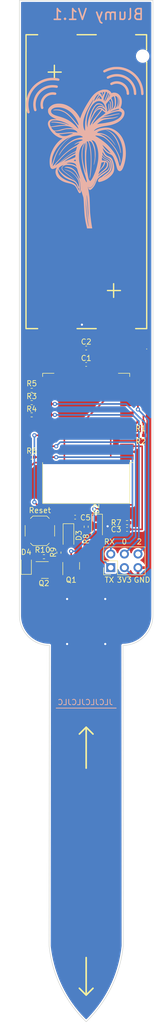
<source format=kicad_pcb>
(kicad_pcb (version 20221018) (generator pcbnew)
  (layers (0 "F.Cu" signal) (31 "B.Cu" signal) (34 "B.Paste" user) (35 "F.Paste" user) (36 "B.SilkS" user "B.Silkscreen") (37 "F.SilkS" user "F.Silkscreen") (38 "B.Mask" user) (39 "F.Mask" user) (44 "Edge.Cuts" user))
  (net 0 "")
  (net 1 "Net-(U1-EN)")
  (net 5 "+3.3V")
  (net 12 "GND")
  (net 13 "/SensorCapV")
  (net 14 "Net-(D3-A)")
  (net 15 "Net-(D4-K)")
  (net 16 "Net-(Q1-B)")
  (net 17 "Net-(Q2-B)")
  (net 18 "/GPIO0")
  (net 19 "/TX")
  (net 20 "/GPIO2")
  (net 21 "/RX")
  (net 22 "/AD0")
  (net 23 "/GPIO4")
  (net 24 "/RST")
  (net 25 "/GPIO15")
  (net 26 "/GPIO5")
  (net 27 "Net-(U2-+-Pad3)")
  (footprint "CustomFootprints:SW_Push_1P1T_XKB_TS-1187A" (layer "F.Cu") (at 211.708 137.494)
    (fp_text reference "SW1" hide)
    (fp_text value "Reset")
    (pad "1" smd rect (at -3 -1.875) (size 1 0.75) (layers "F.Cu" "F.Paste" "F.Mask") (net 5 "+3.3V"))
    (pad "1" smd rect (at 3 -1.875) (size 1 0.75) (layers "F.Cu" "F.Paste" "F.Mask"))
    (pad "2" smd rect (at -3 1.875) (size 1 0.75) (layers "F.Cu" "F.Paste" "F.Mask"))
    (pad "2" smd rect (at 3 1.875) (size 1 0.75) (layers "F.Cu" "F.Paste" "F.Mask") (net 14 "Net-(D3-A)"))
  )
  (footprint "Package_TO_SOT_SMD:SOT-23" (layer "F.Cu") (at 212.6455 144.794)
    (fp_text reference "Q2" (at -0.1755 2.474) (layer "F.SilkS"))
    (fp_text value "NPN")
    (pad "1" smd roundrect (at -0.9375 -0.95) (size 1.475 0.6) (layers "F.Cu" "F.Paste" "F.Mask") (net 17 "Net-(Q2-B)"))
    (pad "2" smd roundrect (at -0.9375 0.95) (size 1.475 0.6) (layers "F.Cu" "F.Paste" "F.Mask") (net 12 "GND"))
    (pad "3" smd roundrect (at 0.9375 0) (size 1.475 0.6) (layers "F.Cu" "F.Paste" "F.Mask") (net 15 "Net-(D4-K)"))
  )
  (footprint "Resistor_SMD:R_0402_1005Metric" (layer "F.Cu") (at 212.468 142.32 180)
    (fp_text reference "R10" (at 0.252 1.27 180) (layer "F.SilkS"))
    (fp_text value "100k")
    (pad "1" smd roundrect (at -0.51 0 180) (size 0.54 0.64) (layers "F.Cu" "F.Paste" "F.Mask") (net 23 "/GPIO4"))
    (pad "2" smd roundrect (at 0.51 0 180) (size 0.54 0.64) (layers "F.Cu" "F.Paste" "F.Mask") (net 17 "Net-(Q2-B)"))
  )
  (footprint "CustomFootprints:BAT-SMD_BH-AAA-B5AA001" (layer "F.Cu") (at 220.432 72.534968 -90)
    (fp_text reference "U2" hide)
    (fp_text value "BH-AAA-B5AK001")
    (pad "" np_thru_hole circle (at -23.450089 -10.450013 270) (size 1.900025 1.900025) (drill 1.900025) (layers "*.Cu" "*.Mask"))
    (pad "1" smd rect (at 27.875032 -5.5 270) (size 11.000025 7.000025) (layers "F.Cu" "F.Paste" "F.Mask") (net 5 "+3.3V"))
    (pad "2" smd rect (at -27.875032 -5.5 270) (size 11.000025 7.000025) (layers "F.Cu" "F.Paste" "F.Mask") (net 27 "Net-(U2-+-Pad3)"))
    (pad "3" smd rect (at -27.875032 5.5 270) (size 11.000025 7.000025) (layers "F.Cu" "F.Paste" "F.Mask") (net 27 "Net-(U2-+-Pad3)"))
    (pad "4" smd rect (at 27.875032 5.5 270) (size 11.000025 7.000025) (layers "F.Cu" "F.Paste" "F.Mask") (net 12 "GND"))
  )
  (footprint "RF_Module:ESP-12E" (layer "F.Cu") (at 220.344 120.278 180)
    (fp_text reference "U1" hide)
    (fp_text value "ESP-12F")
    (pad "1" smd rect (at -7.6 -3.5 180) (size 2.5 1) (layers "F.Cu" "F.Paste" "F.Mask") (net 24 "/RST"))
    (pad "2" smd rect (at -7.6 -1.5 180) (size 2.5 1) (layers "F.Cu" "F.Paste" "F.Mask") (net 22 "/AD0"))
    (pad "3" smd rect (at -7.6 0.5 180) (size 2.5 1) (layers "F.Cu" "F.Paste" "F.Mask") (net 1 "Net-(U1-EN)"))
    (pad "4" smd rect (at -7.6 2.5 180) (size 2.5 1) (layers "F.Cu" "F.Paste" "F.Mask") (net 24 "/RST"))
    (pad "5" smd rect (at -7.6 4.5 180) (size 2.5 1) (layers "F.Cu" "F.Paste" "F.Mask"))
    (pad "6" smd rect (at -7.6 6.5 180) (size 2.5 1) (layers "F.Cu" "F.Paste" "F.Mask"))
    (pad "7" smd rect (at -7.6 8.5 180) (size 2.5 1) (layers "F.Cu" "F.Paste" "F.Mask"))
    (pad "8" smd rect (at -7.6 10.5 180) (size 2.5 1) (layers "F.Cu" "F.Paste" "F.Mask") (net 5 "+3.3V"))
    (pad "9" smd rect (at -5 12 180) (size 1 1.8) (layers "F.Cu" "F.Paste" "F.Mask"))
    (pad "10" smd rect (at -3 12 180) (size 1 1.8) (layers "F.Cu" "F.Paste" "F.Mask"))
    (pad "11" smd rect (at -1 12 180) (size 1 1.8) (layers "F.Cu" "F.Paste" "F.Mask"))
    (pad "12" smd rect (at 1 12 180) (size 1 1.8) (layers "F.Cu" "F.Paste" "F.Mask"))
    (pad "13" smd rect (at 3 12 180) (size 1 1.8) (layers "F.Cu" "F.Paste" "F.Mask"))
    (pad "14" smd rect (at 5 12 180) (size 1 1.8) (layers "F.Cu" "F.Paste" "F.Mask"))
    (pad "15" smd rect (at 7.6 10.5 180) (size 2.5 1) (layers "F.Cu" "F.Paste" "F.Mask") (net 12 "GND"))
    (pad "16" smd rect (at 7.6 8.5 180) (size 2.5 1) (layers "F.Cu" "F.Paste" "F.Mask") (net 25 "/GPIO15"))
    (pad "17" smd rect (at 7.6 6.5 180) (size 2.5 1) (layers "F.Cu" "F.Paste" "F.Mask") (net 20 "/GPIO2"))
    (pad "18" smd rect (at 7.6 4.5 180) (size 2.5 1) (layers "F.Cu" "F.Paste" "F.Mask") (net 18 "/GPIO0"))
    (pad "19" smd rect (at 7.6 2.5 180) (size 2.5 1) (layers "F.Cu" "F.Paste" "F.Mask") (net 23 "/GPIO4"))
    (pad "20" smd rect (at 7.6 0.5 180) (size 2.5 1) (layers "F.Cu" "F.Paste" "F.Mask") (net 26 "/GPIO5"))
    (pad "21" smd rect (at 7.6 -1.5 180) (size 2.5 1) (layers "F.Cu" "F.Paste" "F.Mask") (net 21 "/RX"))
    (pad "22" smd rect (at 7.6 -3.5 180) (size 2.5 1) (layers "F.Cu" "F.Paste" "F.Mask") (net 19 "/TX"))
    (zone (net 0) (net_name "") (layers "*.Cu") (connect_pads (clearance 0)) (min_thickness 0.254)
      (keepout (tracks not_allowed) (vias not_allowed) (pads not_allowed) (copperpour not_allowed) (footprints not_allowed))
      (fill (thermal_gap 0.508) (thermal_bridge_width 0.508))
      (polygon (pts (xy 228.464 125.078) (xy 212.224 125.078) (xy 212.224 132.398) (xy 228.464 132.398)))
    )
  )
  (footprint "Resistor_SMD:R_0402_1005Metric" (layer "F.Cu") (at 210.184 113.618)
    (fp_text reference "R3" (at 0 -1.17) (layer "F.SilkS"))
    (fp_text value "10k")
    (pad "1" smd roundrect (at -0.51 0) (size 0.54 0.64) (layers "F.Cu" "F.Paste" "F.Mask") (net 5 "+3.3V"))
    (pad "2" smd roundrect (at 0.51 0) (size 0.54 0.64) (layers "F.Cu" "F.Paste" "F.Mask") (net 20 "/GPIO2"))
  )
  (footprint "Resistor_SMD:R_0402_1005Metric" (layer "F.Cu") (at 215.264 141.558 -90)
    (fp_text reference "R9" (at -0.07 1.056 -90) (layer "F.SilkS"))
    (fp_text value "5.1k")
    (pad "1" smd roundrect (at -0.51 0 270) (size 0.54 0.64) (layers "F.Cu" "F.Paste" "F.Mask") (net 14 "Net-(D3-A)"))
    (pad "2" smd roundrect (at 0.51 0 270) (size 0.54 0.64) (layers "F.Cu" "F.Paste" "F.Mask") (net 16 "Net-(Q1-B)"))
  )
  (footprint "Resistor_SMD:R_0402_1005Metric" (layer "F.Cu") (at 227.966 135.97)
    (fp_text reference "R7" (at -2.032 0) (layer "F.SilkS"))
    (fp_text value "1M")
    (pad "1" smd roundrect (at -0.51 0) (size 0.54 0.64) (layers "F.Cu" "F.Paste" "F.Mask") (net 12 "GND"))
    (pad "2" smd roundrect (at 0.51 0) (size 0.54 0.64) (layers "F.Cu" "F.Paste" "F.Mask") (net 22 "/AD0"))
  )
  (footprint "Capacitor_SMD:C_0402_1005Metric" (layer "F.Cu") (at 227.964 137.24)
    (fp_text reference "C3" (at -2.032 0) (layer "F.SilkS"))
    (fp_text value "1uF")
    (pad "1" smd roundrect (at -0.48 0) (size 0.56 0.62) (layers "F.Cu" "F.Paste" "F.Mask") (net 12 "GND"))
    (pad "2" smd roundrect (at 0.48 0) (size 0.56 0.62) (layers "F.Cu" "F.Paste" "F.Mask") (net 22 "/AD0"))
  )
  (footprint "Capacitor_SMD:C_0402_1005Metric" (layer "F.Cu") (at 220.344 103.458)
    (fp_text reference "C2" (at 0 -1.16) (layer "F.SilkS"))
    (fp_text value "10uF")
    (pad "1" smd roundrect (at -0.48 0) (size 0.56 0.62) (layers "F.Cu" "F.Paste" "F.Mask") (net 12 "GND"))
    (pad "2" smd roundrect (at 0.48 0) (size 0.56 0.62) (layers "F.Cu" "F.Paste" "F.Mask") (net 5 "+3.3V"))
  )
  (footprint "Resistor_SMD:R_0402_1005Metric" (layer "F.Cu") (at 210.186 111.332 180)
    (fp_text reference "R5" (at 0 1.27) (layer "F.SilkS"))
    (fp_text value "10k")
    (pad "1" smd roundrect (at -0.51 0 180) (size 0.54 0.64) (layers "F.Cu" "F.Paste" "F.Mask") (net 25 "/GPIO15"))
    (pad "2" smd roundrect (at 0.51 0 180) (size 0.54 0.64) (layers "F.Cu" "F.Paste" "F.Mask") (net 12 "GND"))
  )
  (footprint "Resistor_SMD:R_0402_1005Metric" (layer "F.Cu") (at 220.344 136.734 90)
    (fp_text reference "R8" (at -2.284 0 90) (layer "F.SilkS"))
    (fp_text value "10k")
    (pad "1" smd roundrect (at -0.51 0 90) (size 0.54 0.64) (layers "F.Cu" "F.Paste" "F.Mask") (net 13 "/SensorCapV"))
    (pad "2" smd roundrect (at 0.51 0 90) (size 0.54 0.64) (layers "F.Cu" "F.Paste" "F.Mask") (net 26 "/GPIO5"))
  )
  (footprint "Diode_SMD:D_SOD-123F" (layer "F.Cu") (at 222.376 136.608 -90)
    (fp_text reference "D2" (at -3.214 0.122 90) (layer "F.SilkS"))
    (fp_text value "~")
    (pad "1" smd roundrect (at -1.4 0 270) (size 1.1 1.1) (layers "F.Cu" "F.Paste" "F.Mask") (roundrect_rratio 0.2272727273) (net 22 "/AD0"))
    (pad "2" smd roundrect (at 1.4 0 270) (size 1.1 1.1) (layers "F.Cu" "F.Paste" "F.Mask") (roundrect_rratio 0.2272727273) (net 13 "/SensorCapV"))
  )
  (footprint "Connector_PinHeader_2.54mm:PinHeader_2x03_P2.54mm_Vertical" (layer "F.Cu") (at 224.931 144.357 90)
    (fp_text reference "J2" hide)
    (fp_text value "Programmer")
    (pad "1" thru_hole rect (at 0 0 90) (size 1.7 1.7) (drill 1) (layers "*.Cu" "*.Mask") (net 19 "/TX"))
    (pad "2" thru_hole oval (at 2.54 0 90) (size 1.7 1.7) (drill 1) (layers "*.Cu" "*.Mask") (net 21 "/RX"))
    (pad "3" thru_hole oval (at 0 2.54 90) (size 1.7 1.7) (drill 1) (layers "*.Cu" "*.Mask") (net 5 "+3.3V"))
    (pad "4" thru_hole oval (at 2.54 2.54 90) (size 1.7 1.7) (drill 1) (layers "*.Cu" "*.Mask") (net 18 "/GPIO0"))
    (pad "5" thru_hole oval (at 0 5.08 90) (size 1.7 1.7) (drill 1) (layers "*.Cu" "*.Mask") (net 12 "GND"))
    (pad "6" thru_hole oval (at 2.54 5.08 90) (size 1.7 1.7) (drill 1) (layers "*.Cu" "*.Mask") (net 20 "/GPIO2"))
  )
  (footprint "Resistor_SMD:R_0402_1005Metric" (layer "F.Cu") (at 230.506 117.174 180)
    (fp_text reference "R1" (at 0.002 -1.27 180) (layer "F.SilkS"))
    (fp_text value "10k")
    (pad "1" smd roundrect (at -0.51 0 180) (size 0.54 0.64) (layers "F.Cu" "F.Paste" "F.Mask") (net 5 "+3.3V"))
    (pad "2" smd roundrect (at 0.51 0 180) (size 0.54 0.64) (layers "F.Cu" "F.Paste" "F.Mask") (net 24 "/RST"))
  )
  (footprint "LED_SMD:LED_0805_2012Metric" (layer "F.Cu") (at 209.168 143.9225 90)
    (fp_text reference "D4" (at 2.4615 0 180) (layer "F.SilkS"))
    (fp_text value "GREEN")
    (pad "1" smd roundrect (at -0.9375 0 90) (size 0.975 1.4) (layers "F.Cu" "F.Paste" "F.Mask") (net 15 "Net-(D4-K)"))
    (pad "2" smd roundrect (at 0.9375 0 90) (size 0.975 1.4) (layers "F.Cu" "F.Paste" "F.Mask") (net 5 "+3.3V"))
  )
  (footprint "Resistor_SMD:R_0402_1005Metric" (layer "F.Cu") (at 230.506 119.714 180)
    (fp_text reference "R2" (at 0 -1.17) (layer "F.SilkS"))
    (fp_text value "10k")
    (pad "1" smd roundrect (at -0.51 0 180) (size 0.54 0.64) (layers "F.Cu" "F.Paste" "F.Mask") (net 5 "+3.3V"))
    (pad "2" smd roundrect (at 0.51 0 180) (size 0.54 0.64) (layers "F.Cu" "F.Paste" "F.Mask") (net 1 "Net-(U1-EN)"))
  )
  (footprint "Capacitor_SMD:C_0402_1005Metric" (layer "F.Cu") (at 220.344 106.506)
    (fp_text reference "C1" (at 0 -1.16) (layer "F.SilkS"))
    (fp_text value "100nF")
    (pad "1" smd roundrect (at -0.48 0) (size 0.56 0.62) (layers "F.Cu" "F.Paste" "F.Mask") (net 12 "GND"))
    (pad "2" smd roundrect (at 0.48 0) (size 0.56 0.62) (layers "F.Cu" "F.Paste" "F.Mask") (net 5 "+3.3V"))
  )
  (footprint "Resistor_SMD:R_0402_1005Metric" (layer "F.Cu") (at 210.182 123.778)
    (fp_text reference "R6" (at 0 -1.17) (layer "F.SilkS"))
    (fp_text value "10k")
    (pad "1" smd roundrect (at -0.51 0) (size 0.54 0.64) (layers "F.Cu" "F.Paste" "F.Mask") (net 5 "+3.3V"))
    (pad "2" smd roundrect (at 0.51 0) (size 0.54 0.64) (layers "F.Cu" "F.Paste" "F.Mask") (net 19 "/TX"))
  )
  (footprint "Capacitor_SMD:C_0402_1005Metric" (layer "F.Cu") (at 218.284 134.954)
    (fp_text reference "C5" (at 1.924 0.084) (layer "F.SilkS"))
    (fp_text value "10uF")
    (pad "1" smd roundrect (at -0.48 0) (size 0.56 0.62) (layers "F.Cu" "F.Paste" "F.Mask") (net 23 "/GPIO4"))
    (pad "2" smd roundrect (at 0.48 0) (size 0.56 0.62) (layers "F.Cu" "F.Paste" "F.Mask") (net 12 "GND"))
  )
  (footprint "Resistor_SMD:R_0402_1005Metric" (layer "F.Cu") (at 210.182 115.904)
    (fp_text reference "R4" (at -0.004 -1.098) (layer "F.SilkS"))
    (fp_text value "10k")
    (pad "1" smd roundrect (at -0.51 0) (size 0.54 0.64) (layers "F.Cu" "F.Paste" "F.Mask") (net 5 "+3.3V"))
    (pad "2" smd roundrect (at 0.51 0) (size 0.54 0.64) (layers "F.Cu" "F.Paste" "F.Mask") (net 18 "/GPIO0"))
  )
  (footprint "Diode_SMD:D_SOD-123F" (layer "F.Cu") (at 217.042 138.38 -90)
    (fp_text reference "D3" (at -0.012 -1.936 90) (layer "F.SilkS"))
    (fp_text value "~")
    (pad "1" smd roundrect (at -1.4 0 270) (size 1.1 1.1) (layers "F.Cu" "F.Paste" "F.Mask") (roundrect_rratio 0.2272727273) (net 23 "/GPIO4"))
    (pad "2" smd roundrect (at 1.4 0 270) (size 1.1 1.1) (layers "F.Cu" "F.Paste" "F.Mask") (roundrect_rratio 0.2272727273) (net 14 "Net-(D3-A)"))
  )
  (footprint "Package_TO_SOT_SMD:SOT-23" (layer "F.Cu") (at 217.55 144.0195 90)
    (fp_text reference "Q1" (at -2.6185 0) (layer "F.SilkS"))
    (fp_text value "NPN")
    (pad "1" smd roundrect (at -0.9375 -0.95 90) (size 1.475 0.6) (layers "F.Cu" "F.Paste" "F.Mask") (net 16 "Net-(Q1-B)"))
    (pad "2" smd roundrect (at -0.9375 0.95 90) (size 1.475 0.6) (layers "F.Cu" "F.Paste" "F.Mask") (net 12 "GND"))
    (pad "3" smd roundrect (at 0.9375 0 90) (size 1.475 0.6) (layers "F.Cu" "F.Paste" "F.Mask") (net 24 "/RST"))
  )
  (footprint "LOGO" (layer "B.Cu") (at 220.09 66.12 180)
    (fp_text reference "G***" hide)
    (fp_text value "LOGO" hide)
  )
  (gr_line (start 214.756 170.514) (end 225.932 170.514) (stroke (width 0.15)) (layer "B.SilkS"))
  (gr_line (start 214.756 170.514) (end 225.932 170.514) (stroke (width 0.15)) (layer "F.SilkS"))
  (gr_line (start 220.344 216.98) (end 220.344 223.965) (stroke (width 0.3048)) (layer "F.SilkS"))
  (gr_line (start 220.344 181.69) (end 220.344 174.07) (stroke (width 0.3048)) (layer "F.SilkS"))
  (gr_line (start 220.344 174.07) (end 219.074 175.34) (stroke (width 0.3048)) (layer "F.SilkS"))
  (gr_line (start 220.344 223.965) (end 219.074 222.695) (stroke (width 0.3048)) (layer "F.SilkS"))
  (gr_line (start 220.344 174.07) (end 221.614 175.34) (stroke (width 0.3048)) (layer "F.SilkS"))
  (gr_line (start 220.344 223.965) (end 221.614 222.695) (stroke (width 0.3048)) (layer "F.SilkS"))
  (gr_arc (start 213.486 158.83) (mid 209.534687 157.193313) (end 207.898 153.242) (stroke (width 0.1)) (layer "Edge.Cuts"))
  (gr_line (start 207.898 38.688) (end 207.898 153.242) (stroke (width 0.1)) (layer "Edge.Cuts"))
  (gr_arc (start 227.24858 214.834819) (mid 225.03933 222.493145) (end 220.344 228.934) (stroke (width 0.1)) (layer "Edge.Cuts"))
  (gr_arc (start 220.344 228.934) (mid 215.648671 222.493143) (end 213.43942 214.834819) (stroke (width 0.1)) (layer "Edge.Cuts"))
  (gr_line (start 232.79 38.688) (end 207.898 38.688) (stroke (width 0.1)) (layer "Edge.Cuts"))
  (gr_arc (start 232.79 153.242) (mid 231.153313 157.193313) (end 227.202 158.83) (stroke (width 0.1)) (layer "Edge.Cuts"))
  (gr_line (start 227.24858 214.834819) (end 227.202 158.83) (stroke (width 0.1)) (layer "Edge.Cuts"))
  (gr_line (start 232.79 38.688) (end 232.79 153.242) (stroke (width 0.1)) (layer "Edge.Cuts"))
  (gr_line (start 213.43942 214.834819) (end 213.486 158.83) (stroke (width 0.1)) (layer "Edge.Cuts"))
  (gr_text "Blumy V1.1" (at 231.266 42.498) (layer "B.SilkS") (effects (font (size 2 2) (thickness 0.3)) (justify left bottom mirror)))
  (gr_text "JLCJLCJLCJLC" (at 225.424 170.006) (layer "B.SilkS") (effects (font (size 1 1)) (justify left bottom mirror)))
  (gr_text "RX" (at 224.662 139.526) (layer "F.SilkS") (effects (font (size 1 1))))
  (gr_text "0" (at 227.456 139.526) (layer "F.SilkS") (effects (font (size 1 1))))
  (gr_text "TX" (at 224.662 146.638) (layer "F.SilkS") (effects (font (size 1 1))))
  (gr_text "3V3" (at 227.456 146.638) (layer "F.SilkS") (effects (font (size 1 1))))
  (gr_text "2" (at 230.25 139.526) (layer "F.SilkS") (effects (font (size 1 1))))
  (gr_text "GND" (at 230.758 146.638) (layer "F.SilkS") (effects (font (size 1 1))))
  (gr_text "Reset" (at 211.708 133.684) (layer "F.SilkS") (effects (font (size 1 1))))
  (segment (start 229.932 119.778) (end 229.996 119.714) (width 0.3) (layer "F.Cu") (net 1))
  (segment (start 227.944 119.778) (end 229.932 119.778) (width 0.3) (layer "F.Cu") (net 1))
  (segment (start 209.672 116.666) (end 209.792 116.786) (width 0.3) (layer "F.Cu") (net 5))
  (segment (start 208.708 135.619) (end 208.568 135.479) (width 0.3) (layer "F.Cu") (net 5))
  (segment (start 229.996 111.078) (end 228.696 109.778) (width 0.3) (layer "F.Cu") (net 5))
  (segment (start 209.672 115.904) (end 209.672 116.666) (width 0.3) (layer "F.Cu") (net 5))
  (segment (start 229.996 114.888) (end 231.016 115.908) (width 0.3) (layer "F.Cu") (net 5))
  (segment (start 231.016 115.908) (end 231.016 119.714) (width 0.3) (layer "F.Cu") (net 5))
  (segment (start 210.184 137.095) (end 210.184 141.969) (width 0.3) (layer "F.Cu") (net 5))
  (segment (start 225.912 106.506) (end 227.944 108.538) (width 0.3) (layer "F.Cu") (net 5))
  (segment (start 220.186 116.786) (end 227.194 109.778) (width 0.3) (layer "F.Cu") (net 5))
  (segment (start 220.824 106.506) (end 225.912 106.506) (width 0.3) (layer "F.Cu") (net 5))
  (segment (start 209.792 116.786) (end 220.186 116.786) (width 0.3) (layer "F.Cu") (net 5))
  (segment (start 208.568 124.882) (end 209.672 123.778) (width 0.3) (layer "F.Cu") (net 5))
  (segment (start 228.696 109.778) (end 227.944 109.778) (width 0.3) (layer "F.Cu") (net 5))
  (segment (start 209.672 116.666) (end 209.672 123.778) (width 0.3) (layer "F.Cu") (net 5))
  (segment (start 229.996 114.888) (end 229.996 111.078) (width 0.3) (layer "F.Cu") (net 5))
  (segment (start 209.672 113.872) (end 209.672 115.904) (width 0.3) (layer "F.Cu") (net 5))
  (segment (start 208.708 135.619) (end 210.184 137.095) (width 0.3) (layer "F.Cu") (net 5))
  (segment (start 210.184 141.969) (end 209.168 142.985) (width 0.3) (layer "F.Cu") (net 5))
  (segment (start 220.824 103.458) (end 222.884 103.458) (width 0.3) (layer "F.Cu") (net 5))
  (segment (start 208.568 135.479) (end 208.568 124.882) (width 0.3) (layer "F.Cu") (net 5))
  (segment (start 222.884 103.458) (end 225.932 100.41) (width 0.3) (layer "F.Cu") (net 5))
  (segment (start 227.944 102.422) (end 227.944 108.538) (width 1) (layer "F.Cu") (net 5))
  (segment (start 225.932 100.41) (end 227.944 102.422) (width 1) (layer "F.Cu") (net 5))
  (segment (start 227.194 109.778) (end 227.944 109.778) (width 0.3) (layer "F.Cu") (net 5))
  (segment (start 227.944 108.538) (end 227.944 109.778) (width 1) (layer "F.Cu") (net 5))
  (via (at 229.996 114.888) (size 0.8) (drill 0.4) (layers "F.Cu" "B.Cu") (net 5))
  (segment (start 229.996 114.888) (end 231.98 116.872) (width 0.3) (layer "B.Cu") (net 5))
  (segment (start 231.98 144.226478) (end 230.549478 145.657) (width 0.3) (layer "B.Cu") (net 5))
  (segment (start 230.549478 145.657) (end 228.771 145.657) (width 0.3) (layer "B.Cu") (net 5))
  (segment (start 228.771 145.657) (end 227.471 144.357) (width 0.3) (layer "B.Cu") (net 5))
  (segment (start 231.98 116.872) (end 231.98 144.226478) (width 0.3) (layer "B.Cu") (net 5))
  (segment (start 212.774 109.808) (end 212.744 109.778) (width 0.3) (layer "F.Cu") (net 12))
  (via (at 216.788 158.576) (size 0.8) (drill 0.4) (layers "F.Cu" "B.Cu") (net 12))
  (via (at 223.9 150.194) (size 0.8) (drill 0.4) (layers "F.Cu" "B.Cu") (net 12))
  (via (at 224.34 136.65) (size 0.8) (drill 0.4) (layers "F.Cu" "B.Cu") (net 12))
  (via (at 219.55 99.1) (size 0.8) (drill 0.4) (layers "F.Cu" "B.Cu") (net 12))
  (via (at 223.9 158.576) (size 0.8) (drill 0.4) (layers "F.Cu" "B.Cu") (net 12))
  (via (at 216.788 150.194) (size 0.8) (drill 0.4) (layers "F.Cu" "B.Cu") (net 12))
  (segment (start 220.344 137.748) (end 220.344 138.51) (width 1) (layer "F.Cu") (net 13))
  (segment (start 221.874 138.51) (end 222.376 138.008) (width 1) (layer "F.Cu") (net 13))
  (segment (start 220.344 138.51) (end 221.874 138.51) (width 1) (layer "F.Cu") (net 13))
  (segment (start 220.344 138.51) (end 220.344 174.832) (width 1) (layer "F.Cu") (net 13))
  (segment (start 220.344 137.244) (end 220.344 137.748) (width 0.3) (layer "F.Cu") (net 13))
  (segment (start 214.708 139.369) (end 214.708 140.492) (width 0.3) (layer "F.Cu") (net 14))
  (segment (start 216.631 139.369) (end 217.042 139.78) (width 0.3) (layer "F.Cu") (net 14))
  (segment (start 214.708 139.369) (end 216.631 139.369) (width 0.3) (layer "F.Cu") (net 14))
  (segment (start 214.708 140.492) (end 215.264 141.048) (width 0.3) (layer "F.Cu") (net 14))
  (segment (start 209.168 144.86) (end 213.517 144.86) (width 0.3) (layer "F.Cu") (net 15))
  (segment (start 213.517 144.86) (end 213.583 144.794) (width 0.3) (layer "F.Cu") (net 15))
  (segment (start 215.264 142.068) (end 215.264 143.621) (width 0.3) (layer "F.Cu") (net 16))
  (segment (start 215.264 143.621) (end 216.6 144.957) (width 0.3) (layer "F.Cu") (net 16))
  (segment (start 211.708 142.57) (end 211.958 142.32) (width 0.3) (layer "F.Cu") (net 17))
  (segment (start 211.708 143.844) (end 211.708 142.57) (width 0.3) (layer "F.Cu") (net 17))
  (segment (start 212.744 115.778) (end 210.818 115.778) (width 0.3) (layer "F.Cu") (net 18))
  (segment (start 210.818 115.778) (end 210.692 115.904) (width 0.3) (layer "F.Cu") (net 18))
  (segment (start 212.87 115.904) (end 212.744 115.778) (width 0.3) (layer "F.Cu") (net 18))
  (segment (start 214.502 115.904) (end 212.87 115.904) (width 0.3) (layer "F.Cu") (net 18))
  (via (at 214.502 115.904) (size 0.8) (drill 0.4) (layers "F.Cu" "B.Cu") (net 18))
  (segment (start 230.17 117.11261) (end 228.96139 115.904) (width 0.3) (layer "B.Cu") (net 18))
  (segment (start 228.96139 115.904) (end 214.502 115.904) (width 0.3) (layer "B.Cu") (net 18))
  (segment (start 230.17 139.118) (end 230.17 117.11261) (width 0.3) (layer "B.Cu") (net 18))
  (segment (start 227.471 141.817) (end 230.17 139.118) (width 0.3) (layer "B.Cu") (net 18))
  (segment (start 214.756 123.778) (end 212.744 123.778) (width 0.3) (layer "F.Cu") (net 19))
  (segment (start 212.744 123.778) (end 210.692 123.778) (width 0.3) (layer "F.Cu") (net 19))
  (via (at 214.756 123.778) (size 0.8) (drill 0.4) (layers "F.Cu" "B.Cu") (net 19))
  (segment (start 223.392 142.818) (end 223.392 141.304) (width 0.3) (layer "B.Cu") (net 19))
  (segment (start 225.678 139.018) (end 228.218 139.018) (width 0.3) (layer "B.Cu") (net 19))
  (segment (start 228.97 138.266) (end 228.97 123.778) (width 0.3) (layer "B.Cu") (net 19))
  (segment (start 223.392 141.304) (end 225.678 139.018) (width 0.3) (layer "B.Cu") (net 19))
  (segment (start 224.931 144.357) (end 223.392 142.818) (width 0.3) (layer "B.Cu") (net 19))
  (segment (start 228.97 123.778) (end 214.756 123.778) (width 0.3) (layer "B.Cu") (net 19))
  (segment (start 228.218 139.018) (end 228.97 138.266) (width 0.3) (layer "B.Cu") (net 19))
  (segment (start 212.838 113.872) (end 212.744 113.778) (width 0.3) (layer "F.Cu") (net 20))
  (segment (start 214.502 113.872) (end 212.838 113.872) (width 0.3) (layer "F.Cu") (net 20))
  (segment (start 210.854 113.778) (end 210.694 113.618) (width 0.3) (layer "F.Cu") (net 20))
  (segment (start 212.744 113.778) (end 210.854 113.778) (width 0.3) (layer "F.Cu") (net 20))
  (via (at 214.502 113.872) (size 0.8) (drill 0.4) (layers "F.Cu" "B.Cu") (net 20))
  (segment (start 231.38 117.474082) (end 227.777918 113.872) (width 0.3) (layer "B.Cu") (net 20))
  (segment (start 230.011 141.817) (end 231.38 140.448) (width 0.3) (layer "B.Cu") (net 20))
  (segment (start 227.777918 113.872) (end 214.502 113.872) (width 0.3) (layer "B.Cu") (net 20))
  (segment (start 231.38 140.448) (end 231.38 117.474082) (width 0.3) (layer "B.Cu") (net 20))
  (segment (start 214.756 121.746) (end 212.776 121.746) (width 0.3) (layer "F.Cu") (net 21))
  (segment (start 212.776 121.746) (end 212.744 121.778) (width 0.3) (layer "F.Cu") (net 21))
  (via (at 214.756 121.746) (size 0.8) (drill 0.4) (layers "F.Cu" "B.Cu") (net 21))
  (segment (start 229.52 120.984) (end 215.518 120.984) (width 0.3) (layer "B.Cu") (net 21))
  (segment (start 228.472 139.78) (end 229.57 138.682) (width 0.3) (layer "B.Cu") (net 21))
  (segment (start 225.932 139.78) (end 228.472 139.78) (width 0.3) (layer "B.Cu") (net 21))
  (segment (start 229.57 121.034) (end 229.52 120.984) (width 0.3) (layer "B.Cu") (net 21))
  (segment (start 215.518 120.984) (end 214.756 121.746) (width 0.3) (layer "B.Cu") (net 21))
  (segment (start 224.931 140.781) (end 225.932 139.78) (width 0.3) (layer "B.Cu") (net 21))
  (segment (start 229.57 138.682) (end 229.57 121.034) (width 0.3) (layer "B.Cu") (net 21))
  (segment (start 224.931 141.817) (end 224.931 140.781) (width 0.3) (layer "B.Cu") (net 21))
  (segment (start 223.138 134.446) (end 222.376 135.208) (width 0.3) (layer "F.Cu") (net 22))
  (segment (start 230.79 137.24) (end 228.444 137.24) (width 0.3) (layer "F.Cu") (net 22))
  (segment (start 228.476 135.842685) (end 227.079315 134.446) (width 0.3) (layer "F.Cu") (net 22))
  (segment (start 228.444 137.24) (end 228.444 136.002) (width 0.3) (layer "F.Cu") (net 22))
  (segment (start 228.476 135.97) (end 228.476 135.842685) (width 0.3) (layer "F.Cu") (net 22))
  (segment (start 227.976 121.746) (end 230.79 121.746) (width 0.3) (layer "F.Cu") (net 22))
  (segment (start 227.944 121.778) (end 227.976 121.746) (width 0.3) (layer "F.Cu") (net 22))
  (segment (start 230.79 121.746) (end 230.79 137.24) (width 0.3) (layer "F.Cu") (net 22))
  (segment (start 227.079315 134.446) (end 223.138 134.446) (width 0.3) (layer "F.Cu") (net 22))
  (segment (start 228.444 136.002) (end 228.476 135.97) (width 0.3) (layer "F.Cu") (net 22))
  (segment (start 210.184 134.446) (end 209.168 133.43) (width 0.3) (layer "F.Cu") (net 23))
  (segment (start 210.681894 124.794) (end 216.28 124.794) (width 0.3) (layer "F.Cu") (net 23))
  (segment (start 209.168 126.307894) (end 210.681894 124.794) (width 0.3) (layer "F.Cu") (net 23))
  (segment (start 214.756 136.98) (end 217.042 136.98) (width 0.3) (layer "F.Cu") (net 23))
  (segment (start 216.28 117.778) (end 212.744 117.778) (width 0.3) (layer "F.Cu") (net 23))
  (segment (start 217.042 135.716) (end 217.042 136.98) (width 0.3) (layer "F.Cu") (net 23))
  (segment (start 212.978 142.32) (end 212.978 138.758) (width 0.3) (layer "F.Cu") (net 23))
  (segment (start 209.168 133.43) (end 209.168 126.307894) (width 0.3) (layer "F.Cu") (net 23))
  (segment (start 217.042 135.716) (end 217.804 134.954) (width 0.3) (layer "F.Cu") (net 23))
  (segment (start 217.042 135.716) (end 215.772 134.446) (width 0.3) (layer "F.Cu") (net 23))
  (segment (start 215.772 134.446) (end 210.184 134.446) (width 0.3) (layer "F.Cu") (net 23))
  (segment (start 212.978 138.758) (end 214.756 136.98) (width 0.3) (layer "F.Cu") (net 23))
  (segment (start 216.28 124.794) (end 216.28 117.778) (width 0.3) (layer "F.Cu") (net 23))
  (segment (start 228.98 123.778) (end 227.944 123.778) (width 0.3) (layer "F.Cu") (net 24))
  (segment (start 222.63 133.43) (end 223.392 132.668) (width 0.3) (layer "F.Cu") (net 24))
  (segment (start 228.98 132.668) (end 228.98 123.778) (width 0.3) (layer "F.Cu") (net 24))
  (segment (start 227.848 117.682) (end 227.944 117.778) (width 0.3) (layer "F.Cu") (net 24))
  (segment (start 229.392 117.778) (end 229.996 117.174) (width 0.3) (layer "F.Cu") (net 24))
  (segment (start 217.55 141.304) (end 217.55 143.082) (width 0.3) (layer "F.Cu") (net 24))
  (segment (start 227.944 123.778) (end 224.916 123.778) (width 0.3) (layer "F.Cu") (net 24))
  (segment (start 223.392 132.668) (end 228.98 132.668) (width 0.3) (layer "F.Cu") (net 24))
  (segment (start 227.944 117.778) (end 229.392 117.778) (width 0.3) (layer "F.Cu") (net 24))
  (segment (start 221.868 133.43) (end 222.63 133.43) (width 0.3) (layer "F.Cu") (net 24))
  (segment (start 224.916 117.682) (end 227.848 117.682) (width 0.3) (layer "F.Cu") (net 24))
  (segment (start 224.916 123.778) (end 224.916 117.682) (width 0.3) (layer "F.Cu") (net 24))
  (via (at 221.868 133.43) (size 0.8) (drill 0.4) (layers "F.Cu" "B.Cu") (net 24))
  (via (at 217.55 141.304) (size 0.8) (drill 0.4) (layers "F.Cu" "B.Cu") (net 24))
  (segment (start 218.312 141.304) (end 217.55 141.304) (width 0.3) (layer "B.Cu") (net 24))
  (segment (start 221.868 133.43) (end 221.868 137.748) (width 0.3) (layer "B.Cu") (net 24))
  (segment (start 221.868 137.748) (end 218.312 141.304) (width 0.3) (layer "B.Cu") (net 24))
  (segment (start 212.744 111.778) (end 211.142 111.778) (width 0.3) (layer "F.Cu") (net 25))
  (segment (start 211.142 111.778) (end 210.696 111.332) (width 0.3) (layer "F.Cu") (net 25))
  (segment (start 212.68 119.714) (end 212.744 119.778) (width 0.3) (layer "F.Cu") (net 26))
  (segment (start 211.454 132.922) (end 220.344 132.922) (width 0.3) (layer "F.Cu") (net 26))
  (segment (start 210.692 132.16) (end 211.454 132.922) (width 0.3) (layer "F.Cu") (net 26))
  (segment (start 220.344 132.922) (end 220.344 136.224) (width 0.3) (layer "F.Cu") (net 26))
  (segment (start 210.692 119.714) (end 212.68 119.714) (width 0.3) (layer "F.Cu") (net 26))
  (via (at 210.692 119.714) (size 0.8) (drill 0.4) (layers "F.Cu" "B.Cu") (net 26))
  (via (at 210.692 132.16) (size 0.8) (drill 0.4) (layers "F.Cu" "B.Cu") (net 26))
  (segment (start 210.692 132.16) (end 210.692 119.714) (width 0.3) (layer "B.Cu") (net 26))
  (segment (start 214.932 44.659936) (end 214.932 39.72) (width 1) (layer "F.Cu") (net 27))
  (segment (start 225.932 39.72) (end 225.932 44.659936) (width 1) (layer "F.Cu") (net 27))
  (segment (start 214.932 39.72) (end 225.932 39.72) (width 1) (layer "F.Cu") (net 27))
  (zone (net 12) (net_name "GND") (layer "F.Cu") (priority 1) (connect_pads (clearance 0)) (min_thickness 0.3) (fill yes (thermal_gap 0.5) (thermal_bridge_width 0.5))
    (polygon (pts (xy 207.898 229.188) (xy 232.79 229.188) (xy 232.79 38.688) (xy 207.898 38.688)))
  )
  (zone (net 13) (net_name "/SensorCapV") (layer "F.Cu") (priority 6) (connect_pads yes (clearance 0)) (min_thickness 0.127) (fill yes (thermal_gap 0.5) (thermal_bridge_width 0.5) (island_removal_mode 1) (island_area_min 10))
    (polygon (pts (xy 223.010768 222.779284) (xy 222.992249 223.085447) (xy 222.990401 223.100672) (xy 222.935112 223.402371) (xy 222.931442 223.417261) (xy 222.840191 223.710095) (xy 222.834752 223.724434) (xy 222.708869 224.004135) (xy 222.701742 224.017715) (xy 222.543063 224.280202) (xy 222.534351 224.292823) (xy 222.345189 224.534271) (xy 222.33502 224.545751) (xy 222.118135 224.762636) (xy 222.106655 224.772805) (xy 221.865207 224.961967) (xy 221.852586 224.970679) (xy 221.590099 225.129358) (xy 221.576519 225.136485) (xy 221.296818 225.262368) (xy 221.282479 225.267807) (xy 220.989645 225.359058) (xy 220.974755 225.362728) (xy 220.673056 225.418017) (xy 220.657831 225.419865) (xy 220.351668 225.438384) (xy 220.336332 225.438384) (xy 220.030169 225.419865) (xy 220.014944 225.418017) (xy 219.713245 225.362728) (xy 219.698355 225.359058) (xy 219.405521 225.267807) (xy 219.391182 225.262368) (xy 219.111481 225.136485) (xy 219.097901 225.129358) (xy 218.835414 224.970679) (xy 218.822793 224.961967) (xy 218.581345 224.772805) (xy 218.569865 224.762636) (xy 218.35298 224.545751) (xy 218.342811 224.534271) (xy 218.153649 224.292823) (xy 218.144937 224.280202) (xy 217.986258 224.017715) (xy 217.979131 224.004135) (xy 217.853248 223.724434) (xy 217.847809 223.710095) (xy 217.756558 223.417261) (xy 217.752888 223.402371) (xy 217.697599 223.100672) (xy 217.695751 223.085447) (xy 217.677232 222.779284) (xy 217.677 222.771616) (xy 217.677 175.781616) (xy 217.677232 175.773948) (xy 217.695751 175.467785) (xy 217.697599 175.45256) (xy 217.752888 175.150861) (xy 217.756558 175.135971) (xy 217.847809 174.843137) (xy 217.853248 174.828798) (xy 217.979131 174.549097) (xy 217.986258 174.535517) (xy 218.144937 174.27303) (xy 218.153649 174.260409) (xy 218.342811 174.018961) (xy 218.35298 174.007481) (xy 218.569865 173.790596) (xy 218.581345 173.780427) (xy 218.822793 173.591265) (xy 218.835414 173.582553) (xy 219.097901 173.423874) (xy 219.111481 173.416747) (xy 219.391182 173.290864) (xy 219.405521 173.285425) (xy 219.698355 173.194174) (xy 219.713245 173.190504) (xy 220.014944 173.135215) (xy 220.030169 173.133367) (xy 220.336332 173.114848) (xy 220.351668 173.114848) (xy 220.657831 173.133367) (xy 220.673056 173.135215) (xy 220.974755 173.190504) (xy 220.989645 173.194174) (xy 221.282479 173.285425) (xy 221.296818 173.290864) (xy 221.576519 173.416747) (xy 221.590099 173.423874) (xy 221.852586 173.582553) (xy 221.865207 173.591265) (xy 222.106655 173.780427) (xy 222.118135 173.790596) (xy 222.33502 174.007481) (xy 222.345189 174.018961) (xy 222.534351 174.260409) (xy 222.543063 174.27303) (xy 222.701742 174.535517) (xy 222.708869 174.549097) (xy 222.834752 174.828798) (xy 222.840191 174.843137) (xy 222.931442 175.135971) (xy 222.935112 175.150861) (xy 222.990401 175.45256) (xy 222.992249 175.467785) (xy 223.010768 175.773948) (xy 223.011 175.781616) (xy 223.011 222.771616)))
  )
  (zone (net 12) (net_name "GND") (layer "B.Cu") (connect_pads (clearance 0)) (min_thickness 0.3) (fill yes (thermal_gap 0.5) (thermal_bridge_width 0.5))
    (polygon (pts (xy 207.898 229.188) (xy 232.79 229.188) (xy 232.79 38.688) (xy 207.898 38.688)))
  )
)
</source>
